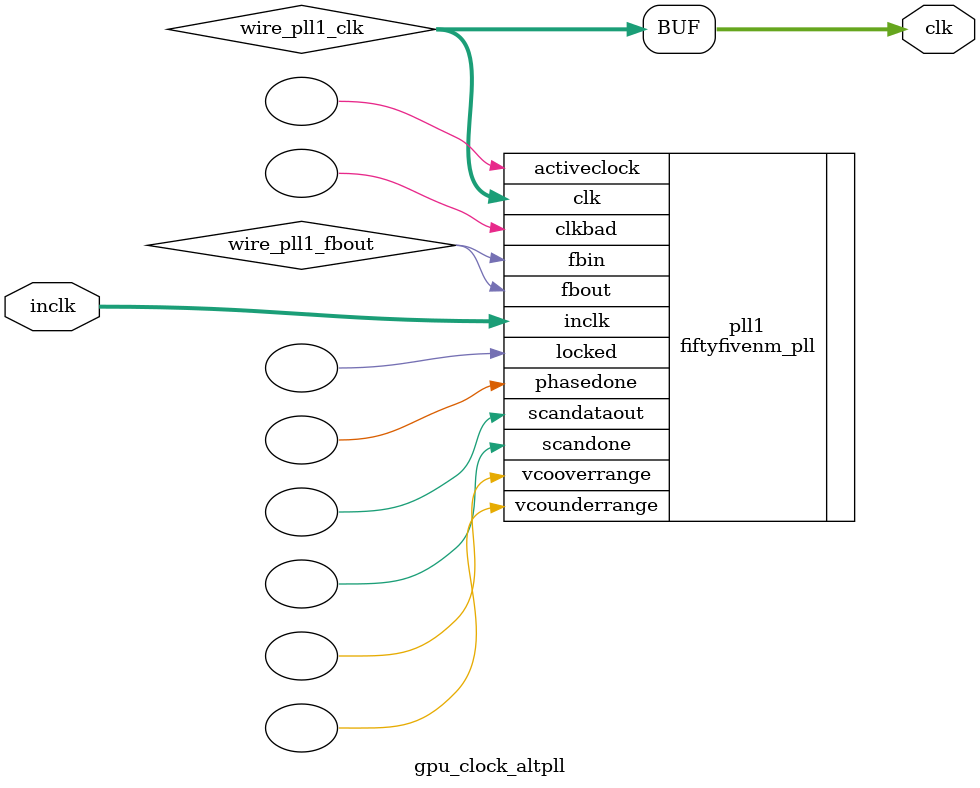
<source format=v>






//synthesis_resources = fiftyfivenm_pll 1 
//synopsys translate_off
`timescale 1 ps / 1 ps
//synopsys translate_on
module  gpu_clock_altpll
	( 
	clk,
	inclk) /* synthesis synthesis_clearbox=1 */;
	output   [4:0]  clk;
	input   [1:0]  inclk;
`ifndef ALTERA_RESERVED_QIS
// synopsys translate_off
`endif
	tri0   [1:0]  inclk;
`ifndef ALTERA_RESERVED_QIS
// synopsys translate_on
`endif

	wire  [4:0]   wire_pll1_clk;
	wire  wire_pll1_fbout;

	fiftyfivenm_pll   pll1
	( 
	.activeclock(),
	.clk(wire_pll1_clk),
	.clkbad(),
	.fbin(wire_pll1_fbout),
	.fbout(wire_pll1_fbout),
	.inclk(inclk),
	.locked(),
	.phasedone(),
	.scandataout(),
	.scandone(),
	.vcooverrange(),
	.vcounderrange()
	`ifndef FORMAL_VERIFICATION
	// synopsys translate_off
	`endif
	,
	.areset(1'b0),
	.clkswitch(1'b0),
	.configupdate(1'b0),
	.pfdena(1'b1),
	.phasecounterselect({3{1'b0}}),
	.phasestep(1'b0),
	.phaseupdown(1'b0),
	.scanclk(1'b0),
	.scanclkena(1'b1),
	.scandata(1'b0)
	`ifndef FORMAL_VERIFICATION
	// synopsys translate_on
	`endif
	);
	defparam
		pll1.bandwidth_type = "auto",
		pll1.clk0_divide_by = 2000,
		pll1.clk0_duty_cycle = 50,
		pll1.clk0_multiply_by = 1007,
		pll1.clk0_phase_shift = "0",
		pll1.compensate_clock = "clk0",
		pll1.inclk0_input_frequency = 20000,
		pll1.operation_mode = "normal",
		pll1.pll_type = "auto",
		pll1.lpm_type = "fiftyfivenm_pll";
	assign
		clk = {wire_pll1_clk[4:0]};
endmodule //gpu_clock_altpll
//VALID FILE

</source>
